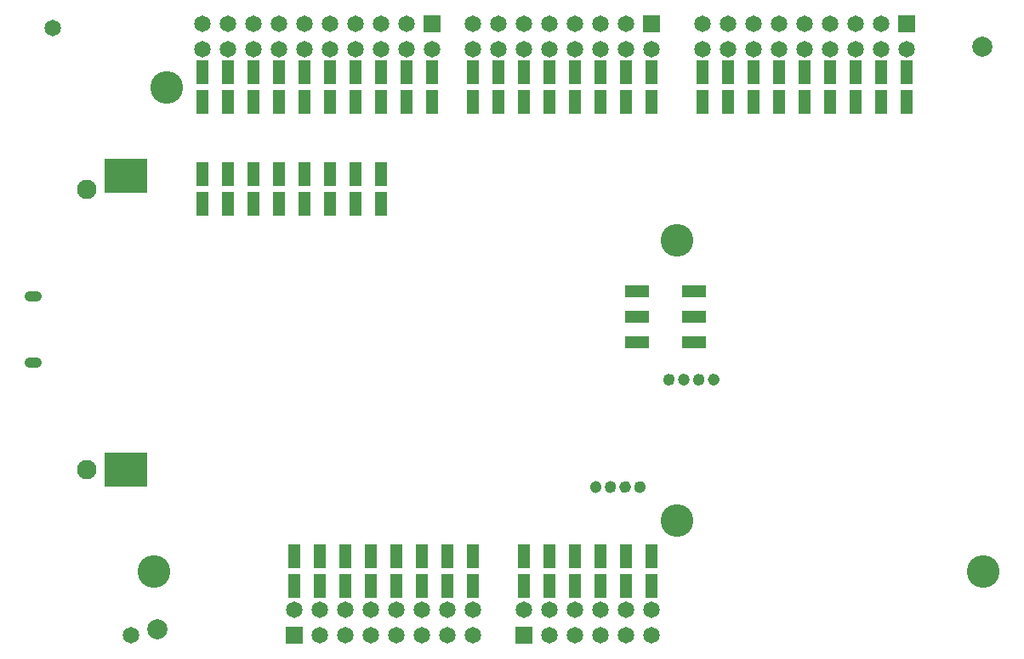
<source format=gbs>
G04*
G04 #@! TF.GenerationSoftware,Altium Limited,Altium Designer,21.4.1 (30)*
G04*
G04 Layer_Color=16711935*
%FSLAX24Y24*%
%MOIN*%
G70*
G04*
G04 #@! TF.SameCoordinates,516B4A6D-3ECB-46AA-BE42-5657E3C56184*
G04*
G04*
G04 #@! TF.FilePolarity,Negative*
G04*
G01*
G75*
%ADD81C,0.0240*%
%ADD101C,0.0139*%
%ADD116R,0.0462X0.0922*%
%ADD125C,0.0787*%
%ADD142C,0.0651*%
%ADD143R,0.0651X0.0651*%
%ADD144C,0.1280*%
%ADD145O,0.0690X0.0414*%
%ADD146C,0.0761*%
%ADD175R,0.1714X0.1320*%
%ADD176R,0.0934X0.0462*%
D81*
X25790Y10509D02*
G03*
X25790Y10509I-110J0D01*
G01*
Y10531D02*
G03*
X25790Y10531I-110J0D01*
G01*
X26375Y10509D02*
G03*
X26375Y10509I-110J0D01*
G01*
Y10531D02*
G03*
X26375Y10531I-110J0D01*
G01*
X27545Y10509D02*
G03*
X27545Y10509I-110J0D01*
G01*
Y10531D02*
G03*
X27545Y10531I-110J0D01*
G01*
X26960Y10509D02*
G03*
X26960Y10509I-110J0D01*
G01*
Y10531D02*
G03*
X26960Y10531I-110J0D01*
G01*
X24650Y6293D02*
G03*
X24650Y6293I-110J0D01*
G01*
Y6315D02*
G03*
X24650Y6315I-110J0D01*
G01*
X24075Y6293D02*
G03*
X24075Y6293I-110J0D01*
G01*
Y6315D02*
G03*
X24075Y6315I-110J0D01*
G01*
X23501Y6293D02*
G03*
X23501Y6293I-110J0D01*
G01*
Y6315D02*
G03*
X23501Y6315I-110J0D01*
G01*
X22926Y6293D02*
G03*
X22926Y6293I-110J0D01*
G01*
Y6315D02*
G03*
X22926Y6315I-110J0D01*
G01*
D101*
X25680Y10387D02*
D03*
Y10653D02*
D03*
X26265Y10387D02*
D03*
Y10653D02*
D03*
X27435Y10387D02*
D03*
Y10653D02*
D03*
X26850Y10387D02*
D03*
Y10653D02*
D03*
X24540Y6171D02*
D03*
Y6437D02*
D03*
X23965Y6171D02*
D03*
Y6437D02*
D03*
X23391Y6171D02*
D03*
Y6437D02*
D03*
X22816Y6171D02*
D03*
Y6437D02*
D03*
D116*
X8400Y22573D02*
D03*
Y21419D02*
D03*
X7400Y22573D02*
D03*
Y21419D02*
D03*
X16400D02*
D03*
Y22573D02*
D03*
X12400D02*
D03*
Y21419D02*
D03*
X11400Y22573D02*
D03*
Y21419D02*
D03*
X13400Y22573D02*
D03*
Y21419D02*
D03*
X14400Y22573D02*
D03*
Y21419D02*
D03*
X15400D02*
D03*
Y22573D02*
D03*
X9400Y21419D02*
D03*
Y22573D02*
D03*
X10400Y21419D02*
D03*
Y22573D02*
D03*
X25000Y21419D02*
D03*
Y22573D02*
D03*
X21000D02*
D03*
Y21419D02*
D03*
X20000Y22573D02*
D03*
Y21419D02*
D03*
X22000Y22573D02*
D03*
Y21419D02*
D03*
X23000Y22573D02*
D03*
Y21419D02*
D03*
X24000D02*
D03*
Y22573D02*
D03*
X18000Y21419D02*
D03*
Y22573D02*
D03*
X19000Y21419D02*
D03*
Y22573D02*
D03*
X27000Y22573D02*
D03*
Y21419D02*
D03*
X35000D02*
D03*
Y22573D02*
D03*
X31000D02*
D03*
Y21419D02*
D03*
X30000Y22573D02*
D03*
Y21419D02*
D03*
X32000Y22573D02*
D03*
Y21419D02*
D03*
X33000Y22573D02*
D03*
Y21419D02*
D03*
X34000D02*
D03*
Y22573D02*
D03*
X28000Y21419D02*
D03*
Y22573D02*
D03*
X29000Y21419D02*
D03*
Y22573D02*
D03*
X20000Y3573D02*
D03*
Y2419D02*
D03*
X24000D02*
D03*
Y3573D02*
D03*
X25000Y2419D02*
D03*
Y3573D02*
D03*
X23000Y2419D02*
D03*
Y3573D02*
D03*
X22000Y2419D02*
D03*
Y3573D02*
D03*
X21000D02*
D03*
Y2419D02*
D03*
X11000Y3573D02*
D03*
Y2419D02*
D03*
X15000D02*
D03*
Y3573D02*
D03*
X16000Y2419D02*
D03*
Y3573D02*
D03*
X14000Y2419D02*
D03*
Y3573D02*
D03*
X13000Y2419D02*
D03*
Y3573D02*
D03*
X12000D02*
D03*
Y2419D02*
D03*
X18000Y3573D02*
D03*
Y2419D02*
D03*
X17000Y3573D02*
D03*
Y2419D02*
D03*
X13400Y17419D02*
D03*
Y18573D02*
D03*
X14400Y17419D02*
D03*
Y18573D02*
D03*
X8400Y17419D02*
D03*
Y18573D02*
D03*
X9400D02*
D03*
Y17419D02*
D03*
X10400Y18573D02*
D03*
Y17419D02*
D03*
X12400Y18573D02*
D03*
Y17419D02*
D03*
X11400Y18573D02*
D03*
Y17419D02*
D03*
X7400D02*
D03*
Y18573D02*
D03*
D125*
X37973Y23596D02*
D03*
X5630Y730D02*
D03*
D142*
X18000Y496D02*
D03*
Y1496D02*
D03*
X15000D02*
D03*
Y496D02*
D03*
X13000Y1496D02*
D03*
Y496D02*
D03*
X12000Y1496D02*
D03*
Y496D02*
D03*
X11000Y1496D02*
D03*
X14000Y496D02*
D03*
Y1496D02*
D03*
X16000Y496D02*
D03*
Y1496D02*
D03*
X17000D02*
D03*
Y496D02*
D03*
X25000Y1496D02*
D03*
Y496D02*
D03*
X23000Y1496D02*
D03*
Y496D02*
D03*
X20000Y1496D02*
D03*
X21000Y496D02*
D03*
Y1496D02*
D03*
X22000Y496D02*
D03*
Y1496D02*
D03*
X24000Y496D02*
D03*
Y1496D02*
D03*
X1530Y24306D02*
D03*
X18000Y24496D02*
D03*
Y23496D02*
D03*
X21000D02*
D03*
Y24496D02*
D03*
X23000Y23496D02*
D03*
Y24496D02*
D03*
X24000Y23496D02*
D03*
Y24496D02*
D03*
X25000Y23496D02*
D03*
X22000Y24496D02*
D03*
Y23496D02*
D03*
X20000Y24496D02*
D03*
Y23496D02*
D03*
X19000D02*
D03*
Y24496D02*
D03*
X7400D02*
D03*
Y23496D02*
D03*
X8400D02*
D03*
Y24496D02*
D03*
X10400D02*
D03*
Y23496D02*
D03*
X11400D02*
D03*
Y24496D02*
D03*
X13400Y23496D02*
D03*
Y24496D02*
D03*
X16400Y23496D02*
D03*
X15400Y24496D02*
D03*
Y23496D02*
D03*
X14400Y24496D02*
D03*
Y23496D02*
D03*
X12400Y24496D02*
D03*
Y23496D02*
D03*
X9400D02*
D03*
Y24496D02*
D03*
X28000Y24496D02*
D03*
Y23496D02*
D03*
X31000D02*
D03*
Y24496D02*
D03*
X33000Y23496D02*
D03*
Y24496D02*
D03*
X34000Y23496D02*
D03*
Y24496D02*
D03*
X35000Y23496D02*
D03*
X32000Y24496D02*
D03*
Y23496D02*
D03*
X30000Y24496D02*
D03*
Y23496D02*
D03*
X29000D02*
D03*
Y24496D02*
D03*
X27000D02*
D03*
Y23496D02*
D03*
X4595Y496D02*
D03*
D143*
X11000Y496D02*
D03*
X20000D02*
D03*
X25000Y24496D02*
D03*
X16400D02*
D03*
X35000Y24496D02*
D03*
D144*
X26000Y4996D02*
D03*
Y15996D02*
D03*
X5500Y2996D02*
D03*
X6000Y21996D02*
D03*
X38000Y2996D02*
D03*
D145*
X765Y13795D02*
D03*
Y11197D02*
D03*
D146*
X2880Y6996D02*
D03*
Y17996D02*
D03*
D175*
X4411Y6985D02*
D03*
Y18520D02*
D03*
D176*
X24438Y11996D02*
D03*
X26662D02*
D03*
X24438Y12996D02*
D03*
Y13996D02*
D03*
X26662Y12996D02*
D03*
Y13996D02*
D03*
M02*

</source>
